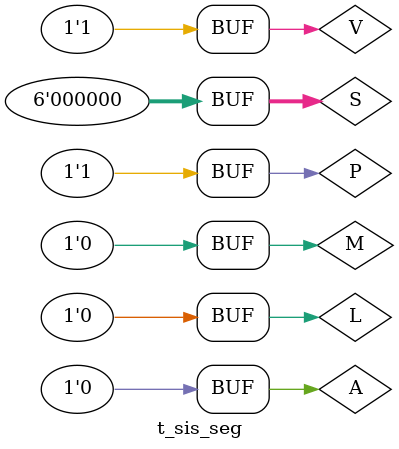
<source format=v>
module sis_seg(a, l, v, p, M, A, L, V, P, S);

    output a, l, v, p;
    input M, A, L, V, P;
    input [5:0] S;
    wire S_o, m, S_M;

    nand(S_o, S[5], S[4], S[3], S[2], S[1], S[0]);
    not(m, M);
    and(S_M, S_o, m);

    assign a = ~A & S_M;
    assign l = ~L & S_M;
    assign v = V & S_M;
    assign p = P & S_M;

endmodule

module t_sis_seg;

    wire a, l, v, d;
    reg M, A, L, V, P;
    reg [5:0] S;

    sis_seg C1(a, l, v, p, M, A, L, V, P, S);

    initial
        begin

            $monitor(
                "\n(time:%0t)\nS5:%b\nS4:%b\nS3:%b\nS2:%b\nS1:%b\nS0:%b\nM:%b\nA:%b\nL:%b\nV:%b\nP:%b\na:%b\nl:%b\nv:%b\np:%b\n",
                $time, S[5], S[4], S[3], S[2], S[1], S[0],
                M, A, L, V, P, a, l, v, p
            );

            S = 6'b111111; M = 0; A = 0; L = 0; V = 0; P = 0;
            #10 S = 6'b011111; M = 1; A = 0; L = 0; V = 0; P = 0;
            #10 S = 6'b011111; M = 0; A = 0; L = 0; V = 0; P = 0;
            #10 S = 6'b011111; M = 0; A = 1; L = 1; V = 1; P = 0;
            #10 S = 6'b000000; M = 0; A = 0; L = 0; V = 1; P = 1;

        end

endmodule
</source>
